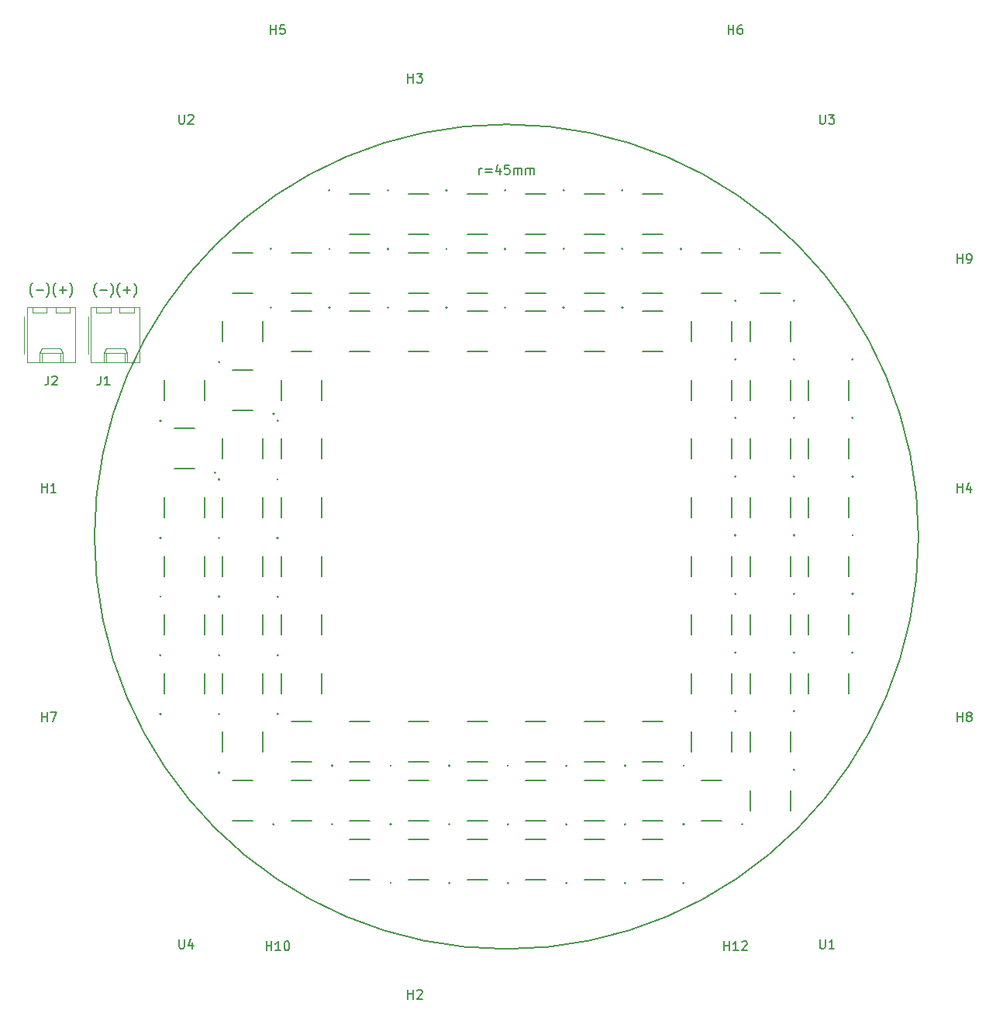
<source format=gbr>
%TF.GenerationSoftware,KiCad,Pcbnew,(6.0.5)*%
%TF.CreationDate,2022-06-16T08:04:58-07:00*%
%TF.ProjectId,LED,4c45442e-6b69-4636-9164-5f7063625858,rev?*%
%TF.SameCoordinates,Original*%
%TF.FileFunction,Legend,Top*%
%TF.FilePolarity,Positive*%
%FSLAX46Y46*%
G04 Gerber Fmt 4.6, Leading zero omitted, Abs format (unit mm)*
G04 Created by KiCad (PCBNEW (6.0.5)) date 2022-06-16 08:04:58*
%MOMM*%
%LPD*%
G01*
G04 APERTURE LIST*
%ADD10C,0.150000*%
%ADD11C,0.200000*%
%ADD12C,0.127000*%
%ADD13C,0.120000*%
G04 APERTURE END LIST*
D10*
X195000245Y-99999997D02*
G75*
G03*
X195000245Y-99999997I-45000250J0D01*
G01*
D11*
X105238090Y-73833330D02*
X105190471Y-73785711D01*
X105095233Y-73642854D01*
X105047614Y-73547616D01*
X104999995Y-73404758D01*
X104952375Y-73166663D01*
X104952375Y-72976187D01*
X104999995Y-72738092D01*
X105047614Y-72595235D01*
X105095233Y-72499997D01*
X105190471Y-72357139D01*
X105238090Y-72309520D01*
X105619042Y-73071425D02*
X106380947Y-73071425D01*
X106761899Y-73833330D02*
X106809518Y-73785711D01*
X106904756Y-73642854D01*
X106952375Y-73547616D01*
X106999995Y-73404758D01*
X107047614Y-73166663D01*
X107047614Y-72976187D01*
X106999995Y-72738092D01*
X106952375Y-72595235D01*
X106904756Y-72499997D01*
X106809518Y-72357139D01*
X106761899Y-72309520D01*
X98238090Y-73833330D02*
X98190471Y-73785711D01*
X98095233Y-73642854D01*
X98047614Y-73547616D01*
X97999995Y-73404758D01*
X97952375Y-73166663D01*
X97952375Y-72976187D01*
X97999995Y-72738092D01*
X98047614Y-72595235D01*
X98095233Y-72499997D01*
X98190471Y-72357139D01*
X98238090Y-72309520D01*
X98619042Y-73071425D02*
X99380947Y-73071425D01*
X99761899Y-73833330D02*
X99809518Y-73785711D01*
X99904756Y-73642854D01*
X99952375Y-73547616D01*
X99999995Y-73404758D01*
X100047614Y-73166663D01*
X100047614Y-72976187D01*
X99999995Y-72738092D01*
X99952375Y-72595235D01*
X99904756Y-72499997D01*
X99809518Y-72357139D01*
X99761899Y-72309520D01*
X100778090Y-73833330D02*
X100730471Y-73785711D01*
X100635233Y-73642854D01*
X100587614Y-73547616D01*
X100539995Y-73404758D01*
X100492375Y-73166663D01*
X100492375Y-72976187D01*
X100539995Y-72738092D01*
X100587614Y-72595235D01*
X100635233Y-72499997D01*
X100730471Y-72357139D01*
X100778090Y-72309520D01*
X101159042Y-73071425D02*
X101920947Y-73071425D01*
X101539995Y-73452377D02*
X101539995Y-72690473D01*
X102301899Y-73833330D02*
X102349518Y-73785711D01*
X102444756Y-73642854D01*
X102492375Y-73547616D01*
X102539995Y-73404758D01*
X102587614Y-73166663D01*
X102587614Y-72976187D01*
X102539995Y-72738092D01*
X102492375Y-72595235D01*
X102444756Y-72499997D01*
X102349518Y-72357139D01*
X102301899Y-72309520D01*
X107778090Y-73833330D02*
X107730471Y-73785711D01*
X107635233Y-73642854D01*
X107587614Y-73547616D01*
X107539995Y-73404758D01*
X107492375Y-73166663D01*
X107492375Y-72976187D01*
X107539995Y-72738092D01*
X107587614Y-72595235D01*
X107635233Y-72499997D01*
X107730471Y-72357139D01*
X107778090Y-72309520D01*
X108159042Y-73071425D02*
X108920947Y-73071425D01*
X108539995Y-73452377D02*
X108539995Y-72690473D01*
X109301899Y-73833330D02*
X109349518Y-73785711D01*
X109444756Y-73642854D01*
X109492375Y-73547616D01*
X109539995Y-73404758D01*
X109587614Y-73166663D01*
X109587614Y-72976187D01*
X109539995Y-72738092D01*
X109492375Y-72595235D01*
X109444756Y-72499997D01*
X109349518Y-72357139D01*
X109301899Y-72309520D01*
D10*
X147023804Y-60452377D02*
X147023804Y-59785711D01*
X147023804Y-59976187D02*
X147071423Y-59880949D01*
X147119042Y-59833330D01*
X147214280Y-59785711D01*
X147309518Y-59785711D01*
X147642852Y-59928568D02*
X148404756Y-59928568D01*
X148404756Y-60214282D02*
X147642852Y-60214282D01*
X149309518Y-59785711D02*
X149309518Y-60452377D01*
X149071423Y-59404758D02*
X148833328Y-60119044D01*
X149452375Y-60119044D01*
X150309518Y-59452377D02*
X149833328Y-59452377D01*
X149785709Y-59928568D01*
X149833328Y-59880949D01*
X149928566Y-59833330D01*
X150166661Y-59833330D01*
X150261899Y-59880949D01*
X150309518Y-59928568D01*
X150357137Y-60023806D01*
X150357137Y-60261901D01*
X150309518Y-60357139D01*
X150261899Y-60404758D01*
X150166661Y-60452377D01*
X149928566Y-60452377D01*
X149833328Y-60404758D01*
X149785709Y-60357139D01*
X150785709Y-60452377D02*
X150785709Y-59785711D01*
X150785709Y-59880949D02*
X150833328Y-59833330D01*
X150928566Y-59785711D01*
X151071423Y-59785711D01*
X151166661Y-59833330D01*
X151214280Y-59928568D01*
X151214280Y-60452377D01*
X151214280Y-59928568D02*
X151261899Y-59833330D01*
X151357137Y-59785711D01*
X151499995Y-59785711D01*
X151595233Y-59833330D01*
X151642852Y-59928568D01*
X151642852Y-60452377D01*
X152119042Y-60452377D02*
X152119042Y-59785711D01*
X152119042Y-59880949D02*
X152166661Y-59833330D01*
X152261899Y-59785711D01*
X152404756Y-59785711D01*
X152499995Y-59833330D01*
X152547614Y-59928568D01*
X152547614Y-60452377D01*
X152547614Y-59928568D02*
X152595233Y-59833330D01*
X152690471Y-59785711D01*
X152833328Y-59785711D01*
X152928566Y-59833330D01*
X152976185Y-59928568D01*
X152976185Y-60452377D01*
%TO.C,U1*%
X184238090Y-143952377D02*
X184238090Y-144761901D01*
X184285709Y-144857139D01*
X184333328Y-144904758D01*
X184428566Y-144952377D01*
X184619042Y-144952377D01*
X184714280Y-144904758D01*
X184761899Y-144857139D01*
X184809518Y-144761901D01*
X184809518Y-143952377D01*
X185809518Y-144952377D02*
X185238090Y-144952377D01*
X185523804Y-144952377D02*
X185523804Y-143952377D01*
X185428566Y-144095235D01*
X185333328Y-144190473D01*
X185238090Y-144238092D01*
%TO.C,H10*%
X123761899Y-145152377D02*
X123761899Y-144152377D01*
X123761899Y-144628568D02*
X124333328Y-144628568D01*
X124333328Y-145152377D02*
X124333328Y-144152377D01*
X125333328Y-145152377D02*
X124761899Y-145152377D01*
X125047614Y-145152377D02*
X125047614Y-144152377D01*
X124952375Y-144295235D01*
X124857137Y-144390473D01*
X124761899Y-144438092D01*
X125952375Y-144152377D02*
X126047614Y-144152377D01*
X126142852Y-144199997D01*
X126190471Y-144247616D01*
X126238090Y-144342854D01*
X126285709Y-144533330D01*
X126285709Y-144771425D01*
X126238090Y-144961901D01*
X126190471Y-145057139D01*
X126142852Y-145104758D01*
X126047614Y-145152377D01*
X125952375Y-145152377D01*
X125857137Y-145104758D01*
X125809518Y-145057139D01*
X125761899Y-144961901D01*
X125714280Y-144771425D01*
X125714280Y-144533330D01*
X125761899Y-144342854D01*
X125809518Y-144247616D01*
X125857137Y-144199997D01*
X125952375Y-144152377D01*
%TO.C,H6*%
X174238090Y-45152377D02*
X174238090Y-44152377D01*
X174238090Y-44628568D02*
X174809518Y-44628568D01*
X174809518Y-45152377D02*
X174809518Y-44152377D01*
X175714280Y-44152377D02*
X175523804Y-44152377D01*
X175428566Y-44199997D01*
X175380947Y-44247616D01*
X175285709Y-44390473D01*
X175238090Y-44580949D01*
X175238090Y-44961901D01*
X175285709Y-45057139D01*
X175333328Y-45104758D01*
X175428566Y-45152377D01*
X175619042Y-45152377D01*
X175714280Y-45104758D01*
X175761899Y-45057139D01*
X175809518Y-44961901D01*
X175809518Y-44723806D01*
X175761899Y-44628568D01*
X175714280Y-44580949D01*
X175619042Y-44533330D01*
X175428566Y-44533330D01*
X175333328Y-44580949D01*
X175285709Y-44628568D01*
X175238090Y-44723806D01*
%TO.C,J2*%
X99936661Y-82452377D02*
X99936661Y-83166663D01*
X99889042Y-83309520D01*
X99793804Y-83404758D01*
X99650947Y-83452377D01*
X99555709Y-83452377D01*
X100365233Y-82547616D02*
X100412852Y-82499997D01*
X100508090Y-82452377D01*
X100746185Y-82452377D01*
X100841423Y-82499997D01*
X100889042Y-82547616D01*
X100936661Y-82642854D01*
X100936661Y-82738092D01*
X100889042Y-82880949D01*
X100317614Y-83452377D01*
X100936661Y-83452377D01*
%TO.C,H2*%
X139238090Y-150452377D02*
X139238090Y-149452377D01*
X139238090Y-149928568D02*
X139809518Y-149928568D01*
X139809518Y-150452377D02*
X139809518Y-149452377D01*
X140238090Y-149547616D02*
X140285709Y-149499997D01*
X140380947Y-149452377D01*
X140619042Y-149452377D01*
X140714280Y-149499997D01*
X140761899Y-149547616D01*
X140809518Y-149642854D01*
X140809518Y-149738092D01*
X140761899Y-149880949D01*
X140190471Y-150452377D01*
X140809518Y-150452377D01*
%TO.C,H5*%
X124238090Y-45152377D02*
X124238090Y-44152377D01*
X124238090Y-44628568D02*
X124809518Y-44628568D01*
X124809518Y-45152377D02*
X124809518Y-44152377D01*
X125761899Y-44152377D02*
X125285709Y-44152377D01*
X125238090Y-44628568D01*
X125285709Y-44580949D01*
X125380947Y-44533330D01*
X125619042Y-44533330D01*
X125714280Y-44580949D01*
X125761899Y-44628568D01*
X125809518Y-44723806D01*
X125809518Y-44961901D01*
X125761899Y-45057139D01*
X125714280Y-45104758D01*
X125619042Y-45152377D01*
X125380947Y-45152377D01*
X125285709Y-45104758D01*
X125238090Y-45057139D01*
%TO.C,H3*%
X139238090Y-50452377D02*
X139238090Y-49452377D01*
X139238090Y-49928568D02*
X139809518Y-49928568D01*
X139809518Y-50452377D02*
X139809518Y-49452377D01*
X140190471Y-49452377D02*
X140809518Y-49452377D01*
X140476185Y-49833330D01*
X140619042Y-49833330D01*
X140714280Y-49880949D01*
X140761899Y-49928568D01*
X140809518Y-50023806D01*
X140809518Y-50261901D01*
X140761899Y-50357139D01*
X140714280Y-50404758D01*
X140619042Y-50452377D01*
X140333328Y-50452377D01*
X140238090Y-50404758D01*
X140190471Y-50357139D01*
%TO.C,U2*%
X114238090Y-53952377D02*
X114238090Y-54761901D01*
X114285709Y-54857139D01*
X114333328Y-54904758D01*
X114428566Y-54952377D01*
X114619042Y-54952377D01*
X114714280Y-54904758D01*
X114761899Y-54857139D01*
X114809518Y-54761901D01*
X114809518Y-53952377D01*
X115238090Y-54047616D02*
X115285709Y-53999997D01*
X115380947Y-53952377D01*
X115619042Y-53952377D01*
X115714280Y-53999997D01*
X115761899Y-54047616D01*
X115809518Y-54142854D01*
X115809518Y-54238092D01*
X115761899Y-54380949D01*
X115190471Y-54952377D01*
X115809518Y-54952377D01*
%TO.C,H1*%
X99238090Y-95152377D02*
X99238090Y-94152377D01*
X99238090Y-94628568D02*
X99809518Y-94628568D01*
X99809518Y-95152377D02*
X99809518Y-94152377D01*
X100809518Y-95152377D02*
X100238090Y-95152377D01*
X100523804Y-95152377D02*
X100523804Y-94152377D01*
X100428566Y-94295235D01*
X100333328Y-94390473D01*
X100238090Y-94438092D01*
%TO.C,J1*%
X105666661Y-82452377D02*
X105666661Y-83166663D01*
X105619042Y-83309520D01*
X105523804Y-83404758D01*
X105380947Y-83452377D01*
X105285709Y-83452377D01*
X106666661Y-83452377D02*
X106095233Y-83452377D01*
X106380947Y-83452377D02*
X106380947Y-82452377D01*
X106285709Y-82595235D01*
X106190471Y-82690473D01*
X106095233Y-82738092D01*
%TO.C,H12*%
X173761899Y-145152377D02*
X173761899Y-144152377D01*
X173761899Y-144628568D02*
X174333328Y-144628568D01*
X174333328Y-145152377D02*
X174333328Y-144152377D01*
X175333328Y-145152377D02*
X174761899Y-145152377D01*
X175047614Y-145152377D02*
X175047614Y-144152377D01*
X174952375Y-144295235D01*
X174857137Y-144390473D01*
X174761899Y-144438092D01*
X175714280Y-144247616D02*
X175761899Y-144199997D01*
X175857137Y-144152377D01*
X176095233Y-144152377D01*
X176190471Y-144199997D01*
X176238090Y-144247616D01*
X176285709Y-144342854D01*
X176285709Y-144438092D01*
X176238090Y-144580949D01*
X175666661Y-145152377D01*
X176285709Y-145152377D01*
%TO.C,U4*%
X114238090Y-143952377D02*
X114238090Y-144761901D01*
X114285709Y-144857139D01*
X114333328Y-144904758D01*
X114428566Y-144952377D01*
X114619042Y-144952377D01*
X114714280Y-144904758D01*
X114761899Y-144857139D01*
X114809518Y-144761901D01*
X114809518Y-143952377D01*
X115714280Y-144285711D02*
X115714280Y-144952377D01*
X115476185Y-143904758D02*
X115238090Y-144619044D01*
X115857137Y-144619044D01*
%TO.C,H8*%
X199238090Y-120152377D02*
X199238090Y-119152377D01*
X199238090Y-119628568D02*
X199809518Y-119628568D01*
X199809518Y-120152377D02*
X199809518Y-119152377D01*
X200428566Y-119580949D02*
X200333328Y-119533330D01*
X200285709Y-119485711D01*
X200238090Y-119390473D01*
X200238090Y-119342854D01*
X200285709Y-119247616D01*
X200333328Y-119199997D01*
X200428566Y-119152377D01*
X200619042Y-119152377D01*
X200714280Y-119199997D01*
X200761899Y-119247616D01*
X200809518Y-119342854D01*
X200809518Y-119390473D01*
X200761899Y-119485711D01*
X200714280Y-119533330D01*
X200619042Y-119580949D01*
X200428566Y-119580949D01*
X200333328Y-119628568D01*
X200285709Y-119676187D01*
X200238090Y-119771425D01*
X200238090Y-119961901D01*
X200285709Y-120057139D01*
X200333328Y-120104758D01*
X200428566Y-120152377D01*
X200619042Y-120152377D01*
X200714280Y-120104758D01*
X200761899Y-120057139D01*
X200809518Y-119961901D01*
X200809518Y-119771425D01*
X200761899Y-119676187D01*
X200714280Y-119628568D01*
X200619042Y-119580949D01*
%TO.C,H4*%
X199238090Y-95152377D02*
X199238090Y-94152377D01*
X199238090Y-94628568D02*
X199809518Y-94628568D01*
X199809518Y-95152377D02*
X199809518Y-94152377D01*
X200714280Y-94485711D02*
X200714280Y-95152377D01*
X200476185Y-94104758D02*
X200238090Y-94819044D01*
X200857137Y-94819044D01*
%TO.C,U3*%
X184238090Y-53952377D02*
X184238090Y-54761901D01*
X184285709Y-54857139D01*
X184333328Y-54904758D01*
X184428566Y-54952377D01*
X184619042Y-54952377D01*
X184714280Y-54904758D01*
X184761899Y-54857139D01*
X184809518Y-54761901D01*
X184809518Y-53952377D01*
X185190471Y-53952377D02*
X185809518Y-53952377D01*
X185476185Y-54333330D01*
X185619042Y-54333330D01*
X185714280Y-54380949D01*
X185761899Y-54428568D01*
X185809518Y-54523806D01*
X185809518Y-54761901D01*
X185761899Y-54857139D01*
X185714280Y-54904758D01*
X185619042Y-54952377D01*
X185333328Y-54952377D01*
X185238090Y-54904758D01*
X185190471Y-54857139D01*
%TO.C,H9*%
X199238090Y-70152377D02*
X199238090Y-69152377D01*
X199238090Y-69628568D02*
X199809518Y-69628568D01*
X199809518Y-70152377D02*
X199809518Y-69152377D01*
X200333328Y-70152377D02*
X200523804Y-70152377D01*
X200619042Y-70104758D01*
X200666661Y-70057139D01*
X200761899Y-69914282D01*
X200809518Y-69723806D01*
X200809518Y-69342854D01*
X200761899Y-69247616D01*
X200714280Y-69199997D01*
X200619042Y-69152377D01*
X200428566Y-69152377D01*
X200333328Y-69199997D01*
X200285709Y-69247616D01*
X200238090Y-69342854D01*
X200238090Y-69580949D01*
X200285709Y-69676187D01*
X200333328Y-69723806D01*
X200428566Y-69771425D01*
X200619042Y-69771425D01*
X200714280Y-69723806D01*
X200761899Y-69676187D01*
X200809518Y-69580949D01*
%TO.C,H7*%
X99238090Y-120152377D02*
X99238090Y-119152377D01*
X99238090Y-119628568D02*
X99809518Y-119628568D01*
X99809518Y-120152377D02*
X99809518Y-119152377D01*
X100190471Y-119152377D02*
X100857137Y-119152377D01*
X100428566Y-120152377D01*
D12*
%TO.C,D42*%
X176599995Y-85099997D02*
X176599995Y-82899997D01*
X180999995Y-82899997D02*
X180999995Y-85099997D01*
X181463495Y-80649997D02*
G75*
G03*
X181463495Y-80649997I-63500J0D01*
G01*
%TO.C,D47*%
X180999995Y-114899997D02*
X180999995Y-117099997D01*
X176599995Y-117099997D02*
X176599995Y-114899997D01*
X181463495Y-112649997D02*
G75*
G03*
X181463495Y-112649997I-63500J0D01*
G01*
%TO.C,D38*%
X164899995Y-68999997D02*
X167099995Y-68999997D01*
X167099995Y-73399997D02*
X164899995Y-73399997D01*
X162713495Y-68599997D02*
G75*
G03*
X162713495Y-68599997I-63500J0D01*
G01*
D13*
%TO.C,J2*%
X101539995Y-79989997D02*
X101539995Y-80989997D01*
X97619995Y-80989997D02*
X102919995Y-80989997D01*
X101289995Y-80989997D02*
X101289995Y-79989997D01*
X99249995Y-79459997D02*
X101289995Y-79459997D01*
X100739995Y-74969997D02*
X100739995Y-75569997D01*
X98999995Y-80989997D02*
X98999995Y-79989997D01*
X99249995Y-80989997D02*
X99249995Y-79989997D01*
X102919995Y-74969997D02*
X97619995Y-74969997D01*
X98999995Y-79989997D02*
X101539995Y-79989997D01*
X98199995Y-75569997D02*
X99799995Y-75569997D01*
X102339995Y-75569997D02*
X102339995Y-74969997D01*
X102919995Y-80989997D02*
X102919995Y-74969997D01*
X97619995Y-74969997D02*
X97619995Y-80989997D01*
X97329995Y-75999997D02*
X97329995Y-79999997D01*
X98999995Y-79989997D02*
X99249995Y-79459997D01*
X98199995Y-74969997D02*
X98199995Y-75569997D01*
X100739995Y-75569997D02*
X102339995Y-75569997D01*
X101289995Y-79459997D02*
X101539995Y-79989997D01*
X99799995Y-75569997D02*
X99799995Y-74969997D01*
D12*
%TO.C,D3*%
X141499995Y-79799997D02*
X139299995Y-79799997D01*
X139299995Y-75399997D02*
X141499995Y-75399997D01*
X137113495Y-74999997D02*
G75*
G03*
X137113495Y-74999997I-63500J0D01*
G01*
%TO.C,D2*%
X132899995Y-75399997D02*
X135099995Y-75399997D01*
X135099995Y-79799997D02*
X132899995Y-79799997D01*
X130713495Y-74999997D02*
G75*
G03*
X130713495Y-74999997I-63500J0D01*
G01*
%TO.C,D48*%
X180999995Y-121299997D02*
X180999995Y-123499997D01*
X176599995Y-123499997D02*
X176599995Y-121299997D01*
X181463495Y-119049997D02*
G75*
G03*
X181463495Y-119049997I-63500J0D01*
G01*
%TO.C,D1*%
X128699995Y-79799997D02*
X126499995Y-79799997D01*
X126499995Y-75399997D02*
X128699995Y-75399997D01*
X124313495Y-74999997D02*
G75*
G03*
X124313495Y-74999997I-63500J0D01*
G01*
%TO.C,D55*%
X139299995Y-126599997D02*
X141499995Y-126599997D01*
X141499995Y-130999997D02*
X139299995Y-130999997D01*
X143813495Y-131399997D02*
G75*
G03*
X143813495Y-131399997I-63500J0D01*
G01*
%TO.C,D4*%
X145699995Y-75399997D02*
X147899995Y-75399997D01*
X147899995Y-79799997D02*
X145699995Y-79799997D01*
X143513495Y-74999997D02*
G75*
G03*
X143513495Y-74999997I-63500J0D01*
G01*
%TO.C,D82*%
X147899995Y-137399997D02*
X145699995Y-137399997D01*
X145699995Y-132999997D02*
X147899995Y-132999997D01*
X150213495Y-137799997D02*
G75*
G03*
X150213495Y-137799997I-63500J0D01*
G01*
%TO.C,D32*%
X126499995Y-68999997D02*
X128699995Y-68999997D01*
X128699995Y-73399997D02*
X126499995Y-73399997D01*
X124313495Y-68599997D02*
G75*
G03*
X124313495Y-68599997I-63500J0D01*
G01*
%TO.C,D76*%
X182999995Y-104299997D02*
X182999995Y-102099997D01*
X187399995Y-102099997D02*
X187399995Y-104299997D01*
X187863495Y-99849997D02*
G75*
G03*
X187863495Y-99849997I-63500J0D01*
G01*
%TO.C,D75*%
X187399995Y-95699997D02*
X187399995Y-97899997D01*
X182999995Y-97899997D02*
X182999995Y-95699997D01*
X187863495Y-93449997D02*
G75*
G03*
X187863495Y-93449997I-63500J0D01*
G01*
%TO.C,D70*%
X152099995Y-62599997D02*
X154299995Y-62599997D01*
X154299995Y-66999997D02*
X152099995Y-66999997D01*
X149913495Y-62199997D02*
G75*
G03*
X149913495Y-62199997I-63500J0D01*
G01*
%TO.C,D87*%
X112599995Y-104299997D02*
X112599995Y-102099997D01*
X116999995Y-102099997D02*
X116999995Y-104299997D01*
X112263495Y-106549997D02*
G75*
G03*
X112263495Y-106549997I-63500J0D01*
G01*
%TO.C,D26*%
X125399995Y-97899997D02*
X125399995Y-95699997D01*
X129799995Y-95699997D02*
X129799995Y-97899997D01*
X125063495Y-100149997D02*
G75*
G03*
X125063495Y-100149997I-63500J0D01*
G01*
%TO.C,D13*%
X170199995Y-110699997D02*
X170199995Y-108499997D01*
X174599995Y-108499997D02*
X174599995Y-110699997D01*
X175063495Y-106249997D02*
G75*
G03*
X175063495Y-106249997I-63500J0D01*
G01*
%TO.C,D53*%
X152099995Y-126599997D02*
X154299995Y-126599997D01*
X154299995Y-130999997D02*
X152099995Y-130999997D01*
X156613495Y-131399997D02*
G75*
G03*
X156613495Y-131399997I-63500J0D01*
G01*
%TO.C,D86*%
X116999995Y-108499997D02*
X116999995Y-110699997D01*
X112599995Y-110699997D02*
X112599995Y-108499997D01*
X112263495Y-112949997D02*
G75*
G03*
X112263495Y-112949997I-63500J0D01*
G01*
%TO.C,D8*%
X174599995Y-76499997D02*
X174599995Y-78699997D01*
X170199995Y-78699997D02*
X170199995Y-76499997D01*
X175063495Y-74249997D02*
G75*
G03*
X175063495Y-74249997I-63500J0D01*
G01*
%TO.C,D62*%
X118999995Y-104299997D02*
X118999995Y-102099997D01*
X123399995Y-102099997D02*
X123399995Y-104299997D01*
X118663495Y-106549997D02*
G75*
G03*
X118663495Y-106549997I-63500J0D01*
G01*
%TO.C,D65*%
X115899995Y-92599997D02*
X113699995Y-92599997D01*
X113699995Y-88199997D02*
X115899995Y-88199997D01*
X118213495Y-92999997D02*
G75*
G03*
X118213495Y-92999997I-63500J0D01*
G01*
%TO.C,D7*%
X164899995Y-75399997D02*
X167099995Y-75399997D01*
X167099995Y-79799997D02*
X164899995Y-79799997D01*
X162713495Y-74999997D02*
G75*
G03*
X162713495Y-74999997I-63500J0D01*
G01*
%TO.C,D25*%
X129799995Y-102099997D02*
X129799995Y-104299997D01*
X125399995Y-104299997D02*
X125399995Y-102099997D01*
X125063495Y-106549997D02*
G75*
G03*
X125063495Y-106549997I-63500J0D01*
G01*
%TO.C,D27*%
X125399995Y-91499997D02*
X125399995Y-89299997D01*
X129799995Y-89299997D02*
X129799995Y-91499997D01*
X125063495Y-93749997D02*
G75*
G03*
X125063495Y-93749997I-63500J0D01*
G01*
%TO.C,D49*%
X176599995Y-129899997D02*
X176599995Y-127699997D01*
X180999995Y-127699997D02*
X180999995Y-129899997D01*
X181463495Y-125449997D02*
G75*
G03*
X181463495Y-125449997I-63500J0D01*
G01*
%TO.C,D15*%
X174599995Y-121299997D02*
X174599995Y-123499997D01*
X170199995Y-123499997D02*
X170199995Y-121299997D01*
X175063495Y-119049997D02*
G75*
G03*
X175063495Y-119049997I-63500J0D01*
G01*
%TO.C,D22*%
X126499995Y-120199997D02*
X128699995Y-120199997D01*
X128699995Y-124599997D02*
X126499995Y-124599997D01*
X131013495Y-124999997D02*
G75*
G03*
X131013495Y-124999997I-63500J0D01*
G01*
%TO.C,D44*%
X180999995Y-95699997D02*
X180999995Y-97899997D01*
X176599995Y-97899997D02*
X176599995Y-95699997D01*
X181463495Y-93449997D02*
G75*
G03*
X181463495Y-93449997I-63500J0D01*
G01*
%TO.C,D40*%
X177699995Y-68999997D02*
X179899995Y-68999997D01*
X179899995Y-73399997D02*
X177699995Y-73399997D01*
X175513495Y-68599997D02*
G75*
G03*
X175513495Y-68599997I-63500J0D01*
G01*
%TO.C,D35*%
X145699995Y-68999997D02*
X147899995Y-68999997D01*
X147899995Y-73399997D02*
X145699995Y-73399997D01*
X143513495Y-68599997D02*
G75*
G03*
X143513495Y-68599997I-63500J0D01*
G01*
%TO.C,D9*%
X170199995Y-85099997D02*
X170199995Y-82899997D01*
X174599995Y-82899997D02*
X174599995Y-85099997D01*
X175063495Y-80649997D02*
G75*
G03*
X175063495Y-80649997I-63500J0D01*
G01*
%TO.C,D30*%
X123399995Y-76499997D02*
X123399995Y-78699997D01*
X118999995Y-78699997D02*
X118999995Y-76499997D01*
X118663495Y-80949997D02*
G75*
G03*
X118663495Y-80949997I-63500J0D01*
G01*
%TO.C,D28*%
X125399995Y-85099997D02*
X125399995Y-82899997D01*
X129799995Y-82899997D02*
X129799995Y-85099997D01*
X125063495Y-87349997D02*
G75*
G03*
X125063495Y-87349997I-63500J0D01*
G01*
%TO.C,D50*%
X173499995Y-130999997D02*
X171299995Y-130999997D01*
X171299995Y-126599997D02*
X173499995Y-126599997D01*
X175813495Y-131399997D02*
G75*
G03*
X175813495Y-131399997I-63500J0D01*
G01*
%TO.C,D84*%
X132899995Y-132999997D02*
X135099995Y-132999997D01*
X135099995Y-137399997D02*
X132899995Y-137399997D01*
X137413495Y-137799997D02*
G75*
G03*
X137413495Y-137799997I-63500J0D01*
G01*
%TO.C,D67*%
X132899995Y-62599997D02*
X135099995Y-62599997D01*
X135099995Y-66999997D02*
X132899995Y-66999997D01*
X130713495Y-62199997D02*
G75*
G03*
X130713495Y-62199997I-63500J0D01*
G01*
%TO.C,D73*%
X182999995Y-85099997D02*
X182999995Y-82899997D01*
X187399995Y-82899997D02*
X187399995Y-85099997D01*
X187863495Y-80649997D02*
G75*
G03*
X187863495Y-80649997I-63500J0D01*
G01*
%TO.C,D31*%
X122299995Y-73399997D02*
X120099995Y-73399997D01*
X120099995Y-68999997D02*
X122299995Y-68999997D01*
X117913495Y-68599997D02*
G75*
G03*
X117913495Y-68599997I-63500J0D01*
G01*
%TO.C,D56*%
X135099995Y-130999997D02*
X132899995Y-130999997D01*
X132899995Y-126599997D02*
X135099995Y-126599997D01*
X137413495Y-131399997D02*
G75*
G03*
X137413495Y-131399997I-63500J0D01*
G01*
%TO.C,D85*%
X116999995Y-114899997D02*
X116999995Y-117099997D01*
X112599995Y-117099997D02*
X112599995Y-114899997D01*
X112263495Y-119349997D02*
G75*
G03*
X112263495Y-119349997I-63500J0D01*
G01*
%TO.C,D14*%
X170199995Y-117099997D02*
X170199995Y-114899997D01*
X174599995Y-114899997D02*
X174599995Y-117099997D01*
X175063495Y-112649997D02*
G75*
G03*
X175063495Y-112649997I-63500J0D01*
G01*
%TO.C,D6*%
X158499995Y-75399997D02*
X160699995Y-75399997D01*
X160699995Y-79799997D02*
X158499995Y-79799997D01*
X156313495Y-74999997D02*
G75*
G03*
X156313495Y-74999997I-63500J0D01*
G01*
%TO.C,D18*%
X152099995Y-120199997D02*
X154299995Y-120199997D01*
X154299995Y-124599997D02*
X152099995Y-124599997D01*
X156613495Y-124999997D02*
G75*
G03*
X156613495Y-124999997I-63500J0D01*
G01*
%TO.C,D21*%
X135099995Y-124599997D02*
X132899995Y-124599997D01*
X132899995Y-120199997D02*
X135099995Y-120199997D01*
X137413495Y-124999997D02*
G75*
G03*
X137413495Y-124999997I-63500J0D01*
G01*
%TO.C,D10*%
X170199995Y-91499997D02*
X170199995Y-89299997D01*
X174599995Y-89299997D02*
X174599995Y-91499997D01*
X175063495Y-87049997D02*
G75*
G03*
X175063495Y-87049997I-63500J0D01*
G01*
%TO.C,D61*%
X123399995Y-108499997D02*
X123399995Y-110699997D01*
X118999995Y-110699997D02*
X118999995Y-108499997D01*
X118663495Y-112949997D02*
G75*
G03*
X118663495Y-112949997I-63500J0D01*
G01*
%TO.C,D81*%
X154299995Y-137399997D02*
X152099995Y-137399997D01*
X152099995Y-132999997D02*
X154299995Y-132999997D01*
X156613495Y-137799997D02*
G75*
G03*
X156613495Y-137799997I-63500J0D01*
G01*
D13*
%TO.C,J1*%
X106249995Y-80989997D02*
X106249995Y-79989997D01*
X105999995Y-80989997D02*
X105999995Y-79989997D01*
X105199995Y-75569997D02*
X106799995Y-75569997D01*
X105199995Y-74969997D02*
X105199995Y-75569997D01*
X109339995Y-75569997D02*
X109339995Y-74969997D01*
X108289995Y-80989997D02*
X108289995Y-79989997D01*
X108539995Y-79989997D02*
X108539995Y-80989997D01*
X109919995Y-80989997D02*
X109919995Y-74969997D01*
X104619995Y-74969997D02*
X104619995Y-80989997D01*
X106799995Y-75569997D02*
X106799995Y-74969997D01*
X107739995Y-74969997D02*
X107739995Y-75569997D01*
X105999995Y-79989997D02*
X106249995Y-79459997D01*
X107739995Y-75569997D02*
X109339995Y-75569997D01*
X105999995Y-79989997D02*
X108539995Y-79989997D01*
X108289995Y-79459997D02*
X108539995Y-79989997D01*
X104329995Y-75999997D02*
X104329995Y-79999997D01*
X106249995Y-79459997D02*
X108289995Y-79459997D01*
X104619995Y-80989997D02*
X109919995Y-80989997D01*
X109919995Y-74969997D02*
X104619995Y-74969997D01*
D12*
%TO.C,D80*%
X158499995Y-132999997D02*
X160699995Y-132999997D01*
X160699995Y-137399997D02*
X158499995Y-137399997D01*
X163013495Y-137799997D02*
G75*
G03*
X163013495Y-137799997I-63500J0D01*
G01*
%TO.C,D29*%
X122299995Y-86199997D02*
X120099995Y-86199997D01*
X120099995Y-81799997D02*
X122299995Y-81799997D01*
X124613495Y-86599997D02*
G75*
G03*
X124613495Y-86599997I-63500J0D01*
G01*
%TO.C,D64*%
X123399995Y-89299997D02*
X123399995Y-91499997D01*
X118999995Y-91499997D02*
X118999995Y-89299997D01*
X118663495Y-93749997D02*
G75*
G03*
X118663495Y-93749997I-63500J0D01*
G01*
%TO.C,D79*%
X164899995Y-132999997D02*
X167099995Y-132999997D01*
X167099995Y-137399997D02*
X164899995Y-137399997D01*
X169413495Y-137799997D02*
G75*
G03*
X169413495Y-137799997I-63500J0D01*
G01*
%TO.C,D37*%
X160699995Y-73399997D02*
X158499995Y-73399997D01*
X158499995Y-68999997D02*
X160699995Y-68999997D01*
X156313495Y-68599997D02*
G75*
G03*
X156313495Y-68599997I-63500J0D01*
G01*
%TO.C,D83*%
X139299995Y-132999997D02*
X141499995Y-132999997D01*
X141499995Y-137399997D02*
X139299995Y-137399997D01*
X143813495Y-137799997D02*
G75*
G03*
X143813495Y-137799997I-63500J0D01*
G01*
%TO.C,D72*%
X167099995Y-66999997D02*
X164899995Y-66999997D01*
X164899995Y-62599997D02*
X167099995Y-62599997D01*
X162713495Y-62199997D02*
G75*
G03*
X162713495Y-62199997I-63500J0D01*
G01*
%TO.C,D33*%
X132899995Y-68999997D02*
X135099995Y-68999997D01*
X135099995Y-73399997D02*
X132899995Y-73399997D01*
X130713495Y-68599997D02*
G75*
G03*
X130713495Y-68599997I-63500J0D01*
G01*
%TO.C,D78*%
X187399995Y-114899997D02*
X187399995Y-117099997D01*
X182999995Y-117099997D02*
X182999995Y-114899997D01*
X187863495Y-112649997D02*
G75*
G03*
X187863495Y-112649997I-63500J0D01*
G01*
%TO.C,D45*%
X180999995Y-102099997D02*
X180999995Y-104299997D01*
X176599995Y-104299997D02*
X176599995Y-102099997D01*
X181463495Y-99849997D02*
G75*
G03*
X181463495Y-99849997I-63500J0D01*
G01*
%TO.C,D43*%
X180999995Y-89299997D02*
X180999995Y-91499997D01*
X176599995Y-91499997D02*
X176599995Y-89299997D01*
X181463495Y-87049997D02*
G75*
G03*
X181463495Y-87049997I-63500J0D01*
G01*
%TO.C,D12*%
X170199995Y-104299997D02*
X170199995Y-102099997D01*
X174599995Y-102099997D02*
X174599995Y-104299997D01*
X175063495Y-99849997D02*
G75*
G03*
X175063495Y-99849997I-63500J0D01*
G01*
%TO.C,D34*%
X141499995Y-73399997D02*
X139299995Y-73399997D01*
X139299995Y-68999997D02*
X141499995Y-68999997D01*
X137113495Y-68599997D02*
G75*
G03*
X137113495Y-68599997I-63500J0D01*
G01*
%TO.C,D19*%
X145699995Y-120199997D02*
X147899995Y-120199997D01*
X147899995Y-124599997D02*
X145699995Y-124599997D01*
X150213495Y-124999997D02*
G75*
G03*
X150213495Y-124999997I-63500J0D01*
G01*
%TO.C,D74*%
X182999995Y-91499997D02*
X182999995Y-89299997D01*
X187399995Y-89299997D02*
X187399995Y-91499997D01*
X187863495Y-87049997D02*
G75*
G03*
X187863495Y-87049997I-63500J0D01*
G01*
%TO.C,D60*%
X118999995Y-117099997D02*
X118999995Y-114899997D01*
X123399995Y-114899997D02*
X123399995Y-117099997D01*
X118663495Y-119349997D02*
G75*
G03*
X118663495Y-119349997I-63500J0D01*
G01*
%TO.C,D69*%
X145699995Y-62599997D02*
X147899995Y-62599997D01*
X147899995Y-66999997D02*
X145699995Y-66999997D01*
X143513495Y-62199997D02*
G75*
G03*
X143513495Y-62199997I-63500J0D01*
G01*
%TO.C,D11*%
X170199995Y-97899997D02*
X170199995Y-95699997D01*
X174599995Y-95699997D02*
X174599995Y-97899997D01*
X175063495Y-93449997D02*
G75*
G03*
X175063495Y-93449997I-63500J0D01*
G01*
%TO.C,D59*%
X123399995Y-121299997D02*
X123399995Y-123499997D01*
X118999995Y-123499997D02*
X118999995Y-121299997D01*
X118663495Y-125749997D02*
G75*
G03*
X118663495Y-125749997I-63500J0D01*
G01*
%TO.C,D16*%
X164899995Y-120199997D02*
X167099995Y-120199997D01*
X167099995Y-124599997D02*
X164899995Y-124599997D01*
X169413495Y-124999997D02*
G75*
G03*
X169413495Y-124999997I-63500J0D01*
G01*
%TO.C,D88*%
X112599995Y-97899997D02*
X112599995Y-95699997D01*
X116999995Y-95699997D02*
X116999995Y-97899997D01*
X112263495Y-100149997D02*
G75*
G03*
X112263495Y-100149997I-63500J0D01*
G01*
%TO.C,D36*%
X154299995Y-73399997D02*
X152099995Y-73399997D01*
X152099995Y-68999997D02*
X154299995Y-68999997D01*
X149913495Y-68599997D02*
G75*
G03*
X149913495Y-68599997I-63500J0D01*
G01*
%TO.C,D39*%
X173499995Y-73399997D02*
X171299995Y-73399997D01*
X171299995Y-68999997D02*
X173499995Y-68999997D01*
X169113495Y-68599997D02*
G75*
G03*
X169113495Y-68599997I-63500J0D01*
G01*
%TO.C,D52*%
X158499995Y-126599997D02*
X160699995Y-126599997D01*
X160699995Y-130999997D02*
X158499995Y-130999997D01*
X163013495Y-131399997D02*
G75*
G03*
X163013495Y-131399997I-63500J0D01*
G01*
%TO.C,D54*%
X147899995Y-130999997D02*
X145699995Y-130999997D01*
X145699995Y-126599997D02*
X147899995Y-126599997D01*
X150213495Y-131399997D02*
G75*
G03*
X150213495Y-131399997I-63500J0D01*
G01*
%TO.C,D71*%
X160699995Y-66999997D02*
X158499995Y-66999997D01*
X158499995Y-62599997D02*
X160699995Y-62599997D01*
X156313495Y-62199997D02*
G75*
G03*
X156313495Y-62199997I-63500J0D01*
G01*
%TO.C,D57*%
X128699995Y-130999997D02*
X126499995Y-130999997D01*
X126499995Y-126599997D02*
X128699995Y-126599997D01*
X131013495Y-131399997D02*
G75*
G03*
X131013495Y-131399997I-63500J0D01*
G01*
%TO.C,D66*%
X112599995Y-85099997D02*
X112599995Y-82899997D01*
X116999995Y-82899997D02*
X116999995Y-85099997D01*
X112263495Y-87349997D02*
G75*
G03*
X112263495Y-87349997I-63500J0D01*
G01*
%TO.C,D77*%
X182999995Y-110699997D02*
X182999995Y-108499997D01*
X187399995Y-108499997D02*
X187399995Y-110699997D01*
X187863495Y-106249997D02*
G75*
G03*
X187863495Y-106249997I-63500J0D01*
G01*
%TO.C,D5*%
X152099995Y-75399997D02*
X154299995Y-75399997D01*
X154299995Y-79799997D02*
X152099995Y-79799997D01*
X149913495Y-74999997D02*
G75*
G03*
X149913495Y-74999997I-63500J0D01*
G01*
%TO.C,D58*%
X120099995Y-126599997D02*
X122299995Y-126599997D01*
X122299995Y-130999997D02*
X120099995Y-130999997D01*
X124613495Y-131399997D02*
G75*
G03*
X124613495Y-131399997I-63500J0D01*
G01*
%TO.C,D17*%
X158499995Y-120199997D02*
X160699995Y-120199997D01*
X160699995Y-124599997D02*
X158499995Y-124599997D01*
X163013495Y-124999997D02*
G75*
G03*
X163013495Y-124999997I-63500J0D01*
G01*
%TO.C,D68*%
X139299995Y-62599997D02*
X141499995Y-62599997D01*
X141499995Y-66999997D02*
X139299995Y-66999997D01*
X137113495Y-62199997D02*
G75*
G03*
X137113495Y-62199997I-63500J0D01*
G01*
%TO.C,D63*%
X123399995Y-95699997D02*
X123399995Y-97899997D01*
X118999995Y-97899997D02*
X118999995Y-95699997D01*
X118663495Y-100149997D02*
G75*
G03*
X118663495Y-100149997I-63500J0D01*
G01*
%TO.C,D23*%
X125399995Y-117099997D02*
X125399995Y-114899997D01*
X129799995Y-114899997D02*
X129799995Y-117099997D01*
X125063495Y-119349997D02*
G75*
G03*
X125063495Y-119349997I-63500J0D01*
G01*
%TO.C,D46*%
X180999995Y-108499997D02*
X180999995Y-110699997D01*
X176599995Y-110699997D02*
X176599995Y-108499997D01*
X181463495Y-106249997D02*
G75*
G03*
X181463495Y-106249997I-63500J0D01*
G01*
%TO.C,D51*%
X167099995Y-130999997D02*
X164899995Y-130999997D01*
X164899995Y-126599997D02*
X167099995Y-126599997D01*
X169413495Y-131399997D02*
G75*
G03*
X169413495Y-131399997I-63500J0D01*
G01*
%TO.C,D41*%
X180999995Y-76499997D02*
X180999995Y-78699997D01*
X176599995Y-78699997D02*
X176599995Y-76499997D01*
X181463495Y-74249997D02*
G75*
G03*
X181463495Y-74249997I-63500J0D01*
G01*
%TO.C,D20*%
X139299995Y-120199997D02*
X141499995Y-120199997D01*
X141499995Y-124599997D02*
X139299995Y-124599997D01*
X143813495Y-124999997D02*
G75*
G03*
X143813495Y-124999997I-63500J0D01*
G01*
%TO.C,D24*%
X125399995Y-110699997D02*
X125399995Y-108499997D01*
X129799995Y-108499997D02*
X129799995Y-110699997D01*
X125063495Y-112949997D02*
G75*
G03*
X125063495Y-112949997I-63500J0D01*
G01*
%TD*%
M02*

</source>
